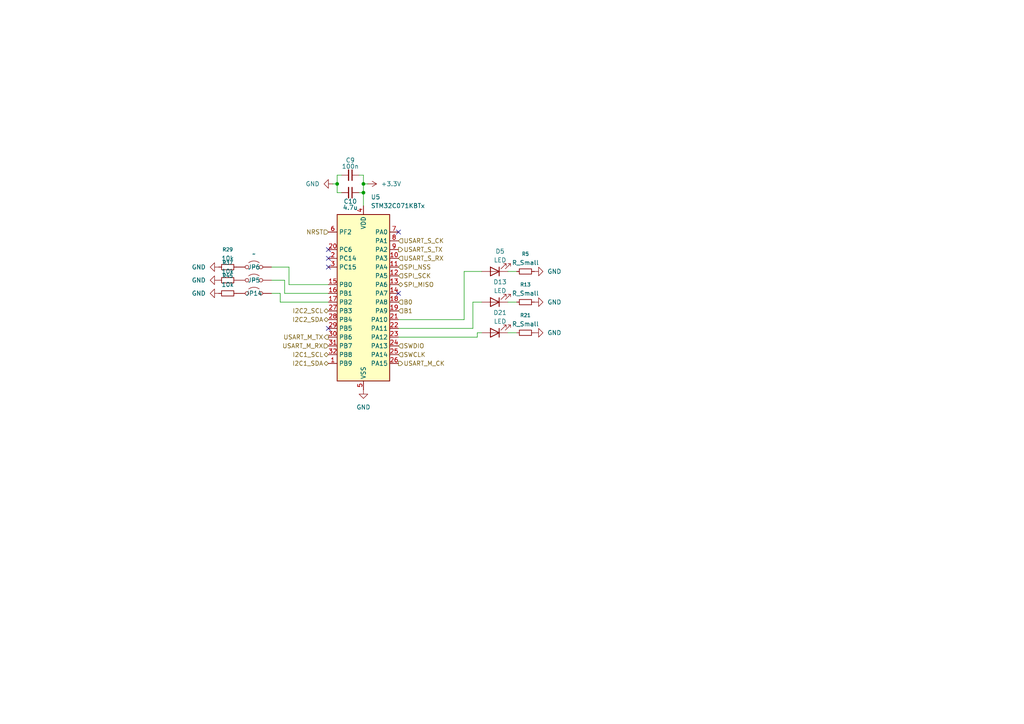
<source format=kicad_sch>
(kicad_sch (version 20250114) (generator "eeschema") (generator_version "9.0")
  (paper "A4")
  (lib_symbols
    (symbol "Device:C_Small" (pin_numbers (hide yes)) (pin_names (offset 0.254) (hide yes))
      (property "Reference" "C" (at 0.254 1.778 0))
      (property "Value" "C_Small" (at 0.254 -2.032 0))
      (symbol "C_Small_0_1"
        (polyline (pts (xy -1.524 0.508) (xy 1.524 0.508)) (stroke (width 0.3048)))
        (polyline (pts (xy -1.524 -0.508) (xy 1.524 -0.508)) (stroke (width 0.3302)))
      )
      (symbol "C_Small_1_1"
        (pin passive line (at 0 2.54 270) (length 2.032) (name "~") (number "1"))
        (pin passive line (at 0 -2.54 90) (length 2.032) (name "~") (number "2"))
      )
    )
    (symbol "Device:LED" (pin_numbers (hide yes)) (pin_names (offset 1.016) (hide yes))
      (property "Reference" "D" (at 0 2.54 0))
      (property "Value" "LED" (at 0 -2.54 0))
      (symbol "LED_0_1"
        (polyline (pts (xy -3.048 -0.762) (xy -4.572 -2.286) (xy -3.81 -2.286) (xy -4.572 -2.286) (xy -4.572 -1.524)))
        (polyline (pts (xy -1.778 -0.762) (xy -3.302 -2.286) (xy -2.54 -2.286) (xy -3.302 -2.286) (xy -3.302 -1.524)))
        (polyline (pts (xy -1.27 0) (xy 1.27 0)))
        (polyline (pts (xy -1.27 -1.27) (xy -1.27 1.27)) (stroke (width 0.254)))
        (polyline (pts (xy 1.27 -1.27) (xy 1.27 1.27) (xy -1.27 0) (xy 1.27 -1.27)) (stroke (width 0.254)))
      )
      (symbol "LED_1_1"
        (pin passive line (at -3.81 0 0) (length 2.54) (name "K") (number "1"))
        (pin passive line (at 3.81 0 180) (length 2.54) (name "A") (number "2"))
      )
    )
    (symbol "Device:R_Small" (pin_numbers (hide yes)) (pin_names (offset 0.254) (hide yes))
      (property "Reference" "R" (at 0 0 90))
      (property "Value" "R_Small" (at 1.778 0 90))
      (symbol "R_Small_0_1"
        (rectangle (start -0.762 1.778) (end 0.762 -1.778) (stroke (width 0.2032)))
      )
      (symbol "R_Small_1_1"
        (pin passive line (at 0 2.54 270) (length 0.762) (name "~") (number "1"))
        (pin passive line (at 0 -2.54 90) (length 0.762) (name "~") (number "2"))
      )
    )
    (symbol "Jumper:Jumper_2_Open" (pin_numbers (hide yes)) (pin_names (offset 0) (hide yes))
      (property "Reference" "JP" (at 0 2.794 0))
      (property "Value" "Jumper_2_Open" (at 0 -2.286 0))
      (symbol "Jumper_2_Open_0_0"
        (circle (center -2.032 0) (radius 0.508))
        (circle (center 2.032 0) (radius 0.508))
      )
      (symbol "Jumper_2_Open_0_1"
        (arc (start -1.524 1.27) (mid 0 1.778) (end 1.524 1.27))
      )
      (symbol "Jumper_2_Open_1_1"
        (pin passive line (at -5.08 0 0) (length 2.54) (name "A") (number "1"))
        (pin passive line (at 5.08 0 180) (length 2.54) (name "B") (number "2"))
      )
    )
    (symbol "MCU_ST_STM32C0:STM32C071KBTx"
      (property "Reference" "U" (at -7.62 26.67 0))
      (property "Value" "STM32C071KBTx" (at 2.54 26.67 0))
      (symbol "STM32C071KBTx_0_1"
        (rectangle (start -7.62 -22.86) (end 7.62 25.4) (stroke (width 0.254)) (fill (type background)))
      )
      (symbol "STM32C071KBTx_1_1"
        (pin bidirectional line (at -10.16 20.32 0) (length 2.54) (name "PF2") (number "6"))
        (pin bidirectional line (at -10.16 15.24 0) (length 2.54) (name "PC6") (number "20"))
        (pin bidirectional line (at -10.16 12.7 0) (length 2.54) (name "PC14") (number "2"))
        (pin bidirectional line (at -10.16 10.16 0) (length 2.54) (name "PC15") (number "3"))
        (pin bidirectional line (at -10.16 5.08 0) (length 2.54) (name "PB0") (number "15"))
        (pin bidirectional line (at -10.16 2.54 0) (length 2.54) (name "PB1") (number "16"))
        (pin bidirectional line (at -10.16 0 0) (length 2.54) (name "PB2") (number "17"))
        (pin bidirectional line (at -10.16 -2.54 0) (length 2.54) (name "PB3") (number "27"))
        (pin bidirectional line (at -10.16 -5.08 0) (length 2.54) (name "PB4") (number "28"))
        (pin bidirectional line (at -10.16 -7.62 0) (length 2.54) (name "PB5") (number "29"))
        (pin bidirectional line (at -10.16 -10.16 0) (length 2.54) (name "PB6") (number "30"))
        (pin bidirectional line (at -10.16 -12.7 0) (length 2.54) (name "PB7") (number "31"))
        (pin bidirectional line (at -10.16 -15.24 0) (length 2.54) (name "PB8") (number "32"))
        (pin bidirectional line (at -10.16 -17.78 0) (length 2.54) (name "PB9") (number "1"))
        (pin power_in line (at 0 27.94 270) (length 2.54) (name "VDD") (number "4"))
        (pin power_in line (at 0 -25.4 90) (length 2.54) (name "VSS") (number "5"))
        (pin bidirectional line (at 10.16 20.32 180) (length 2.54) (name "PA0") (number "7"))
        (pin bidirectional line (at 10.16 17.78 180) (length 2.54) (name "PA1") (number "8"))
        (pin bidirectional line (at 10.16 15.24 180) (length 2.54) (name "PA2") (number "9"))
        (pin bidirectional line (at 10.16 12.7 180) (length 2.54) (name "PA3") (number "10"))
        (pin bidirectional line (at 10.16 10.16 180) (length 2.54) (name "PA4") (number "11"))
        (pin bidirectional line (at 10.16 7.62 180) (length 2.54) (name "PA5") (number "12"))
        (pin bidirectional line (at 10.16 5.08 180) (length 2.54) (name "PA6") (number "13"))
        (pin bidirectional line (at 10.16 2.54 180) (length 2.54) (name "PA7") (number "14"))
        (pin bidirectional line (at 10.16 0 180) (length 2.54) (name "PA8") (number "18"))
        (pin bidirectional line (at 10.16 -2.54 180) (length 2.54) (name "PA9") (number "19"))
        (pin bidirectional line (at 10.16 -5.08 180) (length 2.54) (name "PA10") (number "21"))
        (pin bidirectional line (at 10.16 -7.62 180) (length 2.54) (name "PA11") (number "22"))
        (pin bidirectional line (at 10.16 -10.16 180) (length 2.54) (name "PA12") (number "23"))
        (pin bidirectional line (at 10.16 -12.7 180) (length 2.54) (name "PA13") (number "24"))
        (pin bidirectional line (at 10.16 -15.24 180) (length 2.54) (name "PA14") (number "25"))
        (pin bidirectional line (at 10.16 -17.78 180) (length 2.54) (name "PA15") (number "26"))
      )
    )
    (symbol "power:+3.3V" (power) (pin_numbers (hide yes)) (pin_names (offset 0) (hide yes))
      (property "Value" "+3.3V" (at 0 3.556 0))
      (symbol "+3.3V_0_1"
        (polyline (pts (xy -0.762 1.27) (xy 0 2.54)))
        (polyline (pts (xy 0 2.54) (xy 0.762 1.27)))
        (polyline (pts (xy 0 0) (xy 0 2.54)))
      )
      (symbol "+3.3V_1_1"
        (pin power_in line (at 0 0 90) (length 0) (name "~") (number "1"))
      )
    )
    (symbol "power:GND" (power) (pin_numbers (hide yes)) (pin_names (offset 0) (hide yes))
      (property "Value" "GND" (at 0 -3.81 0))
      (symbol "GND_0_1"
        (polyline (pts (xy 0 0) (xy 0 -1.27) (xy 1.27 -1.27) (xy 0 -2.54) (xy -1.27 -1.27) (xy 0 -1.27)))
      )
      (symbol "GND_1_1"
        (pin power_in line (at 0 0 270) (length 0) (name "~") (number "1"))
      )
    )
  )
  (junction (at 97.79 53.34))
  (junction (at 105.41 53.34))
  (junction (at 105.41 55.88))
  (no_connect (at 95.25 77.47))
  (no_connect (at 115.57 85.09))
  (no_connect (at 95.25 72.39))
  (no_connect (at 115.57 67.31))
  (no_connect (at 95.25 95.25))
  (no_connect (at 95.25 74.93))
  (wire (pts (xy 149.86 96.52) (xy 147.32 96.52)))
  (wire (pts (xy 138.43 96.52) (xy 139.7 96.52)))
  (wire (pts (xy 147.32 78.74) (xy 149.86 78.74)))
  (wire (pts (xy 81.28 87.63) (xy 81.28 85.09)))
  (wire (pts (xy 97.79 50.8) (xy 99.06 50.8)))
  (wire (pts (xy 137.16 87.63) (xy 139.7 87.63)))
  (wire (pts (xy 138.43 97.79) (xy 115.57 97.79)))
  (wire (pts (xy 115.57 95.25) (xy 137.16 95.25)))
  (wire (pts (xy 105.41 53.34) (xy 105.41 55.88)))
  (wire (pts (xy 97.79 50.8) (xy 97.79 53.34)))
  (wire (pts (xy 83.82 77.47) (xy 78.74 77.47)))
  (wire (pts (xy 137.16 95.25) (xy 137.16 87.63)))
  (wire (pts (xy 147.32 87.63) (xy 149.86 87.63)))
  (wire (pts (xy 95.25 85.09) (xy 82.55 85.09)))
  (wire (pts (xy 82.55 85.09) (xy 82.55 81.28)))
  (wire (pts (xy 105.41 55.88) (xy 105.41 59.69)))
  (wire (pts (xy 97.79 53.34) (xy 97.79 55.88)))
  (wire (pts (xy 83.82 82.55) (xy 83.82 77.47)))
  (wire (pts (xy 105.41 53.34) (xy 105.41 50.8)))
  (wire (pts (xy 104.14 50.8) (xy 105.41 50.8)))
  (wire (pts (xy 106.68 53.34) (xy 105.41 53.34)))
  (wire (pts (xy 115.57 92.71) (xy 134.62 92.71)))
  (wire (pts (xy 97.79 55.88) (xy 99.06 55.88)))
  (wire (pts (xy 95.25 82.55) (xy 83.82 82.55)))
  (wire (pts (xy 96.52 53.34) (xy 97.79 53.34)))
  (wire (pts (xy 104.14 55.88) (xy 105.41 55.88)))
  (wire (pts (xy 78.74 85.09) (xy 81.28 85.09)))
  (wire (pts (xy 95.25 87.63) (xy 81.28 87.63)))
  (wire (pts (xy 138.43 96.52) (xy 138.43 97.79)))
  (wire (pts (xy 134.62 92.71) (xy 134.62 78.74)))
  (wire (pts (xy 82.55 81.28) (xy 78.74 81.28)))
  (wire (pts (xy 134.62 78.74) (xy 139.7 78.74)))
  (hierarchical_label "I2C1_SDA" (shape bidirectional) (at 95.25 105.41 180))
  (hierarchical_label "USART_M_RX" (shape input) (at 95.25 100.33 180))
  (hierarchical_label "B1" (shape input) (at 115.57 90.17 0))
  (hierarchical_label "I2C1_SCL" (shape bidirectional) (at 95.25 102.87 180))
  (hierarchical_label "B0" (shape input) (at 115.57 87.63 0))
  (hierarchical_label "SWDIO" (shape input) (at 115.57 100.33 0))
  (hierarchical_label "USART_S_TX" (shape output) (at 115.57 72.39 0))
  (hierarchical_label "USART_S_CK" (shape input) (at 115.57 69.85 0))
  (hierarchical_label "I2C2_SDA" (shape bidirectional) (at 95.25 92.71 180))
  (hierarchical_label "USART_M_TX" (shape output) (at 95.25 97.79 180))
  (hierarchical_label "NRST" (shape input) (at 95.25 67.31 180))
  (hierarchical_label "USART_S_RX" (shape input) (at 115.57 74.93 0))
  (hierarchical_label "SPI_NSS" (shape input) (at 115.57 77.47 0))
  (hierarchical_label "USART_M_CK" (shape output) (at 115.57 105.41 0))
  (hierarchical_label "SPI_MISO" (shape bidirectional) (at 115.57 82.55 0))
  (hierarchical_label "I2C2_SCL" (shape bidirectional) (at 95.25 90.17 180))
  (hierarchical_label "SWCLK" (shape input) (at 115.57 102.87 0))
  (hierarchical_label "SPI_SCK" (shape input) (at 115.57 80.01 0))
  (symbol (lib_id "Device:R_Small") (at 152.4 78.74 90) (unit 1)
    (property "Reference" "R1" (at 152.4 73.66 90) (effects (font (size 1.016 1.016))))
    (property "Value" "R_Small" (at 152.4 76.2 90))
    (property "Footprint" "PCM_Resistor_SMD_AKL:R_0603_1608Metric_Pad0.98x0.95mm_HandSolder" (effects (hide yes)))
    (property "Description" "Resistor, small symbol" (effects (hide yes)))
    (instances (project "unit" (path "" (reference "R5") (unit 1)) (path "" (reference "R8") (unit 1)) (path "" (reference "R3") (unit 1)) (path "" (reference "R6") (unit 1)) (path "" (reference "R7") (unit 1)) (path "" (reference "R2") (unit 1)) (path "" (reference "R4") (unit 1)) (path "" (reference "R1") (unit 1))))
  )
  (symbol (lib_id "power:GND") (at 105.41 113.03 0) (unit 1)
    (property "Reference" "#PWR02" (effects (hide yes)))
    (property "Value" "GND" (at 105.41 118.11 0))
    (property "Description" "Power symbol creates a global label with name \"GND\" , ground" (effects (hide yes)))
    (instances (project "unit" (path "" (reference "#PWR014") (unit 1)) (path "" (reference "#PWR023") (unit 1)) (path "" (reference "#PWR08") (unit 1)) (path "" (reference "#PWR017") (unit 1)) (path "" (reference "#PWR020") (unit 1)) (path "" (reference "#PWR05") (unit 1)) (path "" (reference "#PWR011") (unit 1)) (path "" (reference "#PWR02") (unit 1))))
  )
  (symbol (lib_id "Device:LED") (at 143.51 96.52 180) (unit 1)
    (property "Reference" "D17" (at 145.034 90.678 0))
    (property "Value" "LED" (at 145.034 93.218 0))
    (property "Footprint" "LED_SMD:LED_0603_1608Metric_Pad1.05x0.95mm_HandSolder" (effects (hide yes)))
    (property "Description" "Light emitting diode" (effects (hide yes)))
    (property "Sim.Pins" "1=K 2=A" (effects (hide yes)))
    (instances (project "unit" (path "" (reference "D21") (unit 1)) (path "" (reference "D24") (unit 1)) (path "" (reference "D19") (unit 1)) (path "" (reference "D22") (unit 1)) (path "" (reference "D23") (unit 1)) (path "" (reference "D18") (unit 1)) (path "" (reference "D20") (unit 1)) (path "" (reference "D17") (unit 1))))
  )
  (symbol (lib_id "MCU_ST_STM32C0:STM32C071KBTx") (at 105.41 87.63 0) (unit 1)
    (property "Reference" "U1" (at 107.5533 57.15 0) (effects (justify left)))
    (property "Value" "STM32C071KBTx" (at 107.5533 59.69 0) (effects (justify left)))
    (property "Footprint" "Package_QFP:LQFP-32_7x7mm_P0.8mm" (effects (hide yes)))
    (property "Datasheet" "https://www.st.com/resource/en/datasheet/stm32c071kb.pdf" (effects (hide yes)))
    (property "Description" "STMicroelectronics Arm Cortex-M0+ MCU, 128KB flash, 24KB RAM, 30 GPIO, LQFP32_GP" (effects (hide yes)))
    (instances (project "unit" (path "" (reference "U5") (unit 1)) (path "" (reference "U8") (unit 1)) (path "" (reference "U3") (unit 1)) (path "" (reference "U6") (unit 1)) (path "" (reference "U7") (unit 1)) (path "" (reference "U2") (unit 1)) (path "" (reference "U4") (unit 1)) (path "" (reference "U1") (unit 1))))
  )
  (symbol (lib_id "power:GND") (at 154.94 78.74 90) (unit 1)
    (property "Reference" "#PWR041" (effects (hide yes)))
    (property "Value" "GND" (at 158.75 78.7399 90) (effects (justify right)))
    (property "Description" "Power symbol creates a global label with name \"GND\" , ground" (effects (hide yes)))
    (instances (project "unit" (path "" (reference "#PWR045") (unit 1)) (path "" (reference "#PWR048") (unit 1)) (path "" (reference "#PWR043") (unit 1)) (path "" (reference "#PWR046") (unit 1)) (path "" (reference "#PWR047") (unit 1)) (path "" (reference "#PWR042") (unit 1)) (path "" (reference "#PWR044") (unit 1)) (path "" (reference "#PWR041") (unit 1))))
  )
  (symbol (lib_id "Device:R_Small") (at 66.04 85.09 90) (unit 1)
    (property "Reference" "R41" (at 66.04 80.01 90) (effects (font (size 1.016 1.016))))
    (property "Value" "10k" (at 66.04 82.55 90))
    (property "Footprint" "PCM_Resistor_SMD_AKL:R_0603_1608Metric_Pad0.98x0.95mm_HandSolder" (effects (hide yes)))
    (property "Description" "Resistor, small symbol" (effects (hide yes)))
    (instances (project "unit" (path "" (reference "R45") (unit 1)) (path "" (reference "R48") (unit 1)) (path "" (reference "R43") (unit 1)) (path "" (reference "R46") (unit 1)) (path "" (reference "R47") (unit 1)) (path "" (reference "R42") (unit 1)) (path "" (reference "R44") (unit 1)) (path "" (reference "R41") (unit 1))))
  )
  (symbol (lib_id "Device:C_Small") (at 101.6 55.88 270) (unit 1)
    (property "Reference" "C2" (at 101.6 58.42 90))
    (property "Value" "4.7u" (at 101.6 60.198 90))
    (property "Footprint" "Capacitor_SMD:C_0603_1608Metric" (effects (hide yes)))
    (property "Description" "Unpolarized capacitor, small symbol" (effects (hide yes)))
    (instances (project "unit" (path "" (reference "C10") (unit 1)) (path "" (reference "C16") (unit 1)) (path "" (reference "C6") (unit 1)) (path "" (reference "C12") (unit 1)) (path "" (reference "C14") (unit 1)) (path "" (reference "C4") (unit 1)) (path "" (reference "C8") (unit 1)) (path "" (reference "C2") (unit 1))))
  )
  (symbol (lib_id "Device:LED") (at 143.51 78.74 180) (unit 1)
    (property "Reference" "D1" (at 145.034 72.898 0))
    (property "Value" "LED" (at 145.034 75.438 0))
    (property "Footprint" "LED_SMD:LED_0603_1608Metric_Pad1.05x0.95mm_HandSolder" (effects (hide yes)))
    (property "Description" "Light emitting diode" (effects (hide yes)))
    (property "Sim.Pins" "1=K 2=A" (effects (hide yes)))
    (instances (project "unit" (path "" (reference "D5") (unit 1)) (path "" (reference "D8") (unit 1)) (path "" (reference "D3") (unit 1)) (path "" (reference "D6") (unit 1)) (path "" (reference "D7") (unit 1)) (path "" (reference "D2") (unit 1)) (path "" (reference "D4") (unit 1)) (path "" (reference "D1") (unit 1))))
  )
  (symbol (lib_id "Jumper:Jumper_2_Open") (at 73.66 77.47 0) (unit 1)
    (property "Reference" "JP6" (at 73.66 77.47 0))
    (property "Value" "~" (at 73.66 73.66 0))
    (property "Footprint" "PCM_Jumper_AKL:Jumper_P2.54mm_D1.2mm" (effects (hide yes)))
    (property "Description" "Jumper, 2-pole, open" (effects (hide yes)))
  )
  (symbol (lib_id "power:GND") (at 63.5 81.28 270) (unit 1)
    (property "Reference" "#PWR057" (effects (hide yes)))
    (property "Value" "GND" (at 59.69 81.2799 90) (effects (justify right)))
    (property "Description" "Power symbol creates a global label with name \"GND\" , ground" (effects (hide yes)))
    (instances (project "unit" (path "" (reference "#PWR061") (unit 1)) (path "" (reference "#PWR064") (unit 1)) (path "" (reference "#PWR059") (unit 1)) (path "" (reference "#PWR062") (unit 1)) (path "" (reference "#PWR063") (unit 1)) (path "" (reference "#PWR058") (unit 1)) (path "" (reference "#PWR060") (unit 1)) (path "" (reference "#PWR057") (unit 1))))
  )
  (symbol (lib_id "power:GND") (at 63.5 85.09 270) (unit 1)
    (property "Reference" "#PWR049" (effects (hide yes)))
    (property "Value" "GND" (at 59.69 85.0899 90) (effects (justify right)))
    (property "Description" "Power symbol creates a global label with name \"GND\" , ground" (effects (hide yes)))
    (instances (project "unit" (path "" (reference "#PWR053") (unit 1)) (path "" (reference "#PWR056") (unit 1)) (path "" (reference "#PWR051") (unit 1)) (path "" (reference "#PWR054") (unit 1)) (path "" (reference "#PWR055") (unit 1)) (path "" (reference "#PWR050") (unit 1)) (path "" (reference "#PWR052") (unit 1)) (path "" (reference "#PWR049") (unit 1))))
  )
  (symbol (lib_id "Device:C_Small") (at 101.6 50.8 270) (unit 1)
    (property "Reference" "C1" (at 101.6 46.482 90))
    (property "Value" "100n" (at 101.6 48.26 90))
    (property "Footprint" "Capacitor_SMD:C_0603_1608Metric" (effects (hide yes)))
    (property "Description" "Unpolarized capacitor, small symbol" (effects (hide yes)))
    (instances (project "unit" (path "" (reference "C9") (unit 1)) (path "" (reference "C15") (unit 1)) (path "" (reference "C5") (unit 1)) (path "" (reference "C11") (unit 1)) (path "" (reference "C13") (unit 1)) (path "" (reference "C3") (unit 1)) (path "" (reference "C7") (unit 1)) (path "" (reference "C1") (unit 1))))
  )
  (symbol (lib_id "Jumper:Jumper_2_Open") (at 73.66 85.09 0) (unit 1)
    (property "Reference" "JP10" (at 73.66 85.09 0))
    (property "Value" "~" (at 73.66 81.28 0))
    (property "Footprint" "PCM_Jumper_AKL:Jumper_P2.54mm_D1.2mm" (effects (hide yes)))
    (property "Description" "Jumper, 2-pole, open" (effects (hide yes)))
    (instances (project "unit" (path "" (reference "JP14") (unit 1)) (path "" (reference "JP17") (unit 1)) (path "" (reference "JP12") (unit 1)) (path "" (reference "JP15") (unit 1)) (path "" (reference "JP16") (unit 1)) (path "" (reference "JP11") (unit 1)) (path "" (reference "JP13") (unit 1)) (path "" (reference "JP10") (unit 1))))
  )
  (symbol (lib_id "power:+3.3V") (at 106.68 53.34 270) (unit 1)
    (property "Reference" "#PWR01" (effects (hide yes)))
    (property "Value" "+3.3V" (at 110.49 53.3399 90) (effects (justify left)))
    (property "Description" "Power symbol creates a global label with name \"+3.3V\"" (effects (hide yes)))
    (instances (project "unit" (path "" (reference "#PWR015") (unit 1)) (path "" (reference "#PWR024") (unit 1)) (path "" (reference "#PWR09") (unit 1)) (path "" (reference "#PWR018") (unit 1)) (path "" (reference "#PWR021") (unit 1)) (path "" (reference "#PWR06") (unit 1)) (path "" (reference "#PWR012") (unit 1)) (path "" (reference "#PWR01") (unit 1))))
  )
  (symbol (lib_id "power:GND") (at 96.52 53.34 270) (unit 1)
    (property "Reference" "#PWR03" (effects (hide yes)))
    (property "Value" "GND" (at 92.71 53.3399 90) (effects (justify right)))
    (property "Description" "Power symbol creates a global label with name \"GND\" , ground" (effects (hide yes)))
    (instances (project "unit" (path "" (reference "#PWR013") (unit 1)) (path "" (reference "#PWR022") (unit 1)) (path "" (reference "#PWR07") (unit 1)) (path "" (reference "#PWR016") (unit 1)) (path "" (reference "#PWR019") (unit 1)) (path "" (reference "#PWR04") (unit 1)) (path "" (reference "#PWR010") (unit 1)) (path "" (reference "#PWR03") (unit 1))))
  )
  (symbol (lib_id "Jumper:Jumper_2_Open") (at 73.66 81.28 0) (unit 1)
    (property "Reference" "JP1" (at 73.66 81.28 0))
    (property "Value" "~" (at 73.66 77.47 0))
    (property "Footprint" "PCM_Jumper_AKL:Jumper_P2.54mm_D1.2mm" (effects (hide yes)))
    (property "Description" "Jumper, 2-pole, open" (effects (hide yes)))
    (instances (project "unit" (path "" (reference "JP5") (unit 1)) (path "" (reference "JP9") (unit 1)) (path "" (reference "JP3") (unit 1)) (path "" (reference "JP7") (unit 1)) (path "" (reference "JP8") (unit 1)) (path "" (reference "JP2") (unit 1)) (path "" (reference "JP4") (unit 1)) (path "" (reference "JP1") (unit 1))))
  )
  (symbol (lib_id "Device:R_Small") (at 66.04 77.47 90) (unit 1)
    (property "Reference" "R25" (at 66.04 72.39 90) (effects (font (size 1.016 1.016))))
    (property "Value" "10k" (at 66.04 74.93 90))
    (property "Footprint" "PCM_Resistor_SMD_AKL:R_0603_1608Metric_Pad0.98x0.95mm_HandSolder" (effects (hide yes)))
    (property "Description" "Resistor, small symbol" (effects (hide yes)))
    (instances (project "unit" (path "" (reference "R29") (unit 1)) (path "" (reference "R32") (unit 1)) (path "" (reference "R27") (unit 1)) (path "" (reference "R30") (unit 1)) (path "" (reference "R31") (unit 1)) (path "" (reference "R26") (unit 1)) (path "" (reference "R28") (unit 1)) (path "" (reference "R25") (unit 1))))
  )
  (symbol (lib_id "Device:LED") (at 143.51 87.63 180) (unit 1)
    (property "Reference" "D9" (at 145.034 81.788 0))
    (property "Value" "LED" (at 145.034 84.328 0))
    (property "Footprint" "LED_SMD:LED_0603_1608Metric_Pad1.05x0.95mm_HandSolder" (effects (hide yes)))
    (property "Description" "Light emitting diode" (effects (hide yes)))
    (property "Sim.Pins" "1=K 2=A" (effects (hide yes)))
    (instances (project "unit" (path "" (reference "D13") (unit 1)) (path "" (reference "D16") (unit 1)) (path "" (reference "D11") (unit 1)) (path "" (reference "D14") (unit 1)) (path "" (reference "D15") (unit 1)) (path "" (reference "D10") (unit 1)) (path "" (reference "D12") (unit 1)) (path "" (reference "D9") (unit 1))))
  )
  (symbol (lib_id "Device:R_Small") (at 152.4 96.52 90) (unit 1)
    (property "Reference" "R17" (at 152.4 91.44 90) (effects (font (size 1.016 1.016))))
    (property "Value" "R_Small" (at 152.4 93.98 90))
    (property "Footprint" "PCM_Resistor_SMD_AKL:R_0603_1608Metric_Pad0.98x0.95mm_HandSolder" (effects (hide yes)))
    (property "Description" "Resistor, small symbol" (effects (hide yes)))
    (instances (project "unit" (path "" (reference "R21") (unit 1)) (path "" (reference "R24") (unit 1)) (path "" (reference "R19") (unit 1)) (path "" (reference "R22") (unit 1)) (path "" (reference "R23") (unit 1)) (path "" (reference "R18") (unit 1)) (path "" (reference "R20") (unit 1)) (path "" (reference "R17") (unit 1))))
  )
  (symbol (lib_id "Device:R_Small") (at 66.04 81.28 90) (unit 1)
    (property "Reference" "R33" (at 66.04 76.2 90) (effects (font (size 1.016 1.016))))
    (property "Value" "10k" (at 66.04 78.74 90))
    (property "Footprint" "PCM_Resistor_SMD_AKL:R_0603_1608Metric_Pad0.98x0.95mm_HandSolder" (effects (hide yes)))
    (property "Description" "Resistor, small symbol" (effects (hide yes)))
    (instances (project "unit" (path "" (reference "R37") (unit 1)) (path "" (reference "R40") (unit 1)) (path "" (reference "R35") (unit 1)) (path "" (reference "R38") (unit 1)) (path "" (reference "R39") (unit 1)) (path "" (reference "R34") (unit 1)) (path "" (reference "R36") (unit 1)) (path "" (reference "R33") (unit 1))))
  )
  (symbol (lib_id "power:GND") (at 63.5 77.47 270) (unit 1)
    (property "Reference" "#PWR065" (effects (hide yes)))
    (property "Value" "GND" (at 59.69 77.4699 90) (effects (justify right)))
    (property "Description" "Power symbol creates a global label with name \"GND\" , ground" (effects (hide yes)))
    (instances (project "unit" (path "" (reference "#PWR069") (unit 1)) (path "" (reference "#PWR072") (unit 1)) (path "" (reference "#PWR067") (unit 1)) (path "" (reference "#PWR070") (unit 1)) (path "" (reference "#PWR071") (unit 1)) (path "" (reference "#PWR066") (unit 1)) (path "" (reference "#PWR068") (unit 1)) (path "" (reference "#PWR065") (unit 1))))
  )
  (symbol (lib_id "Device:R_Small") (at 152.4 87.63 90) (unit 1)
    (property "Reference" "R9" (at 152.4 82.55 90) (effects (font (size 1.016 1.016))))
    (property "Value" "R_Small" (at 152.4 85.09 90))
    (property "Footprint" "PCM_Resistor_SMD_AKL:R_0603_1608Metric_Pad0.98x0.95mm_HandSolder" (effects (hide yes)))
    (property "Description" "Resistor, small symbol" (effects (hide yes)))
    (instances (project "unit" (path "" (reference "R13") (unit 1)) (path "" (reference "R16") (unit 1)) (path "" (reference "R11") (unit 1)) (path "" (reference "R14") (unit 1)) (path "" (reference "R15") (unit 1)) (path "" (reference "R10") (unit 1)) (path "" (reference "R12") (unit 1)) (path "" (reference "R9") (unit 1))))
  )
  (symbol (lib_id "power:GND") (at 154.94 87.63 90) (unit 1)
    (property "Reference" "#PWR033" (effects (hide yes)))
    (property "Value" "GND" (at 158.75 87.6299 90) (effects (justify right)))
    (property "Description" "Power symbol creates a global label with name \"GND\" , ground" (effects (hide yes)))
    (instances (project "unit" (path "" (reference "#PWR037") (unit 1)) (path "" (reference "#PWR040") (unit 1)) (path "" (reference "#PWR035") (unit 1)) (path "" (reference "#PWR038") (unit 1)) (path "" (reference "#PWR039") (unit 1)) (path "" (reference "#PWR034") (unit 1)) (path "" (reference "#PWR036") (unit 1)) (path "" (reference "#PWR033") (unit 1))))
  )
  (symbol (lib_id "power:GND") (at 154.94 96.52 90) (unit 1)
    (property "Reference" "#PWR025" (effects (hide yes)))
    (property "Value" "GND" (at 158.75 96.5199 90) (effects (justify right)))
    (property "Description" "Power symbol creates a global label with name \"GND\" , ground" (effects (hide yes)))
    (instances (project "unit" (path "" (reference "#PWR029") (unit 1)) (path "" (reference "#PWR032") (unit 1)) (path "" (reference "#PWR027") (unit 1)) (path "" (reference "#PWR030") (unit 1)) (path "" (reference "#PWR031") (unit 1)) (path "" (reference "#PWR026") (unit 1)) (path "" (reference "#PWR028") (unit 1)) (path "" (reference "#PWR025") (unit 1))))
  )
)
</source>
